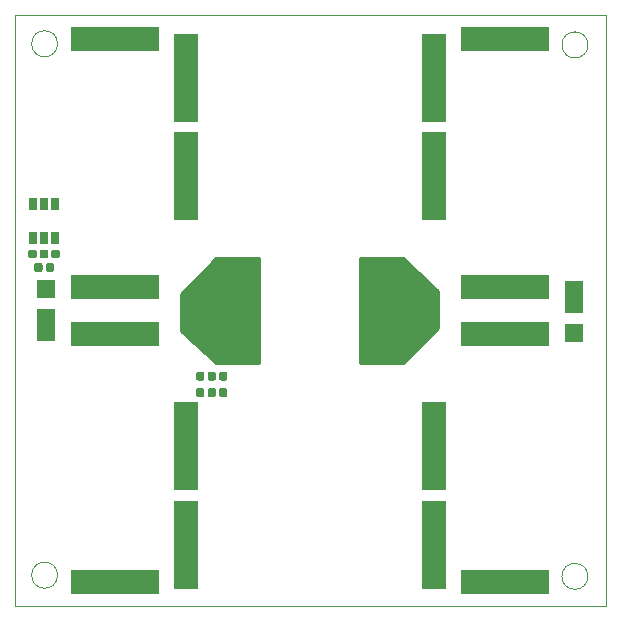
<source format=gbr>
%TF.GenerationSoftware,KiCad,Pcbnew,(5.1.4)-1*%
%TF.CreationDate,2019-10-27T14:01:39-07:00*%
%TF.ProjectId,SolarCell+Y,536f6c61-7243-4656-9c6c-2b592e6b6963,rev?*%
%TF.SameCoordinates,Original*%
%TF.FileFunction,Soldermask,Top*%
%TF.FilePolarity,Negative*%
%FSLAX46Y46*%
G04 Gerber Fmt 4.6, Leading zero omitted, Abs format (unit mm)*
G04 Created by KiCad (PCBNEW (5.1.4)-1) date 2019-10-27 14:01:39*
%MOMM*%
%LPD*%
G04 APERTURE LIST*
%ADD10C,0.050000*%
%ADD11C,0.100000*%
%ADD12C,0.691600*%
%ADD13R,2.101600X7.501600*%
%ADD14R,0.801600X1.001600*%
%ADD15C,4.501600*%
%ADD16R,7.501600X2.101600*%
%ADD17R,1.501600X1.501600*%
%ADD18R,1.501600X2.801600*%
%ADD19C,0.254000*%
G04 APERTURE END LIST*
D10*
X198500000Y-42500000D02*
G75*
G03X198500000Y-42500000I-1100000J0D01*
G01*
X198500000Y-87500000D02*
G75*
G03X198500000Y-87500000I-1100000J0D01*
G01*
X153600000Y-87400000D02*
G75*
G03X153600000Y-87400000I-1100000J0D01*
G01*
X200000000Y-40000000D02*
X150000000Y-40000000D01*
X200000000Y-90000000D02*
X200000000Y-40000000D01*
X150000000Y-90000000D02*
X200000000Y-90000000D01*
X150000000Y-40000000D02*
X150000000Y-90000000D01*
X153600000Y-42400000D02*
G75*
G03X153600000Y-42400000I-1100000J0D01*
G01*
D11*
G36*
X153605847Y-59828033D02*
G01*
X153622631Y-59830522D01*
X153639090Y-59834645D01*
X153655066Y-59840361D01*
X153670404Y-59847616D01*
X153684958Y-59856339D01*
X153698587Y-59866446D01*
X153711159Y-59877841D01*
X153722554Y-59890413D01*
X153732661Y-59904042D01*
X153741384Y-59918596D01*
X153748639Y-59933934D01*
X153754355Y-59949910D01*
X153758478Y-59966369D01*
X153760967Y-59983153D01*
X153761800Y-60000100D01*
X153761800Y-60395900D01*
X153760967Y-60412847D01*
X153758478Y-60429631D01*
X153754355Y-60446090D01*
X153748639Y-60462066D01*
X153741384Y-60477404D01*
X153732661Y-60491958D01*
X153722554Y-60505587D01*
X153711159Y-60518159D01*
X153698587Y-60529554D01*
X153684958Y-60539661D01*
X153670404Y-60548384D01*
X153655066Y-60555639D01*
X153639090Y-60561355D01*
X153622631Y-60565478D01*
X153605847Y-60567967D01*
X153588900Y-60568800D01*
X153243100Y-60568800D01*
X153226153Y-60567967D01*
X153209369Y-60565478D01*
X153192910Y-60561355D01*
X153176934Y-60555639D01*
X153161596Y-60548384D01*
X153147042Y-60539661D01*
X153133413Y-60529554D01*
X153120841Y-60518159D01*
X153109446Y-60505587D01*
X153099339Y-60491958D01*
X153090616Y-60477404D01*
X153083361Y-60462066D01*
X153077645Y-60446090D01*
X153073522Y-60429631D01*
X153071033Y-60412847D01*
X153070200Y-60395900D01*
X153070200Y-60000100D01*
X153071033Y-59983153D01*
X153073522Y-59966369D01*
X153077645Y-59949910D01*
X153083361Y-59933934D01*
X153090616Y-59918596D01*
X153099339Y-59904042D01*
X153109446Y-59890413D01*
X153120841Y-59877841D01*
X153133413Y-59866446D01*
X153147042Y-59856339D01*
X153161596Y-59847616D01*
X153176934Y-59840361D01*
X153192910Y-59834645D01*
X153209369Y-59830522D01*
X153226153Y-59828033D01*
X153243100Y-59827200D01*
X153588900Y-59827200D01*
X153605847Y-59828033D01*
X153605847Y-59828033D01*
G37*
D12*
X153416000Y-60198000D03*
D11*
G36*
X152635847Y-59828033D02*
G01*
X152652631Y-59830522D01*
X152669090Y-59834645D01*
X152685066Y-59840361D01*
X152700404Y-59847616D01*
X152714958Y-59856339D01*
X152728587Y-59866446D01*
X152741159Y-59877841D01*
X152752554Y-59890413D01*
X152762661Y-59904042D01*
X152771384Y-59918596D01*
X152778639Y-59933934D01*
X152784355Y-59949910D01*
X152788478Y-59966369D01*
X152790967Y-59983153D01*
X152791800Y-60000100D01*
X152791800Y-60395900D01*
X152790967Y-60412847D01*
X152788478Y-60429631D01*
X152784355Y-60446090D01*
X152778639Y-60462066D01*
X152771384Y-60477404D01*
X152762661Y-60491958D01*
X152752554Y-60505587D01*
X152741159Y-60518159D01*
X152728587Y-60529554D01*
X152714958Y-60539661D01*
X152700404Y-60548384D01*
X152685066Y-60555639D01*
X152669090Y-60561355D01*
X152652631Y-60565478D01*
X152635847Y-60567967D01*
X152618900Y-60568800D01*
X152273100Y-60568800D01*
X152256153Y-60567967D01*
X152239369Y-60565478D01*
X152222910Y-60561355D01*
X152206934Y-60555639D01*
X152191596Y-60548384D01*
X152177042Y-60539661D01*
X152163413Y-60529554D01*
X152150841Y-60518159D01*
X152139446Y-60505587D01*
X152129339Y-60491958D01*
X152120616Y-60477404D01*
X152113361Y-60462066D01*
X152107645Y-60446090D01*
X152103522Y-60429631D01*
X152101033Y-60412847D01*
X152100200Y-60395900D01*
X152100200Y-60000100D01*
X152101033Y-59983153D01*
X152103522Y-59966369D01*
X152107645Y-59949910D01*
X152113361Y-59933934D01*
X152120616Y-59918596D01*
X152129339Y-59904042D01*
X152139446Y-59890413D01*
X152150841Y-59877841D01*
X152163413Y-59866446D01*
X152177042Y-59856339D01*
X152191596Y-59847616D01*
X152206934Y-59840361D01*
X152222910Y-59834645D01*
X152239369Y-59830522D01*
X152256153Y-59828033D01*
X152273100Y-59827200D01*
X152618900Y-59827200D01*
X152635847Y-59828033D01*
X152635847Y-59828033D01*
G37*
D12*
X152446000Y-60198000D03*
D13*
X185496200Y-76454000D03*
X164496200Y-76454000D03*
D11*
G36*
X152630347Y-59828033D02*
G01*
X152647131Y-59830522D01*
X152663590Y-59834645D01*
X152679566Y-59840361D01*
X152694904Y-59847616D01*
X152709458Y-59856339D01*
X152723087Y-59866446D01*
X152735659Y-59877841D01*
X152747054Y-59890413D01*
X152757161Y-59904042D01*
X152765884Y-59918596D01*
X152773139Y-59933934D01*
X152778855Y-59949910D01*
X152782978Y-59966369D01*
X152785467Y-59983153D01*
X152786300Y-60000100D01*
X152786300Y-60395900D01*
X152785467Y-60412847D01*
X152782978Y-60429631D01*
X152778855Y-60446090D01*
X152773139Y-60462066D01*
X152765884Y-60477404D01*
X152757161Y-60491958D01*
X152747054Y-60505587D01*
X152735659Y-60518159D01*
X152723087Y-60529554D01*
X152709458Y-60539661D01*
X152694904Y-60548384D01*
X152679566Y-60555639D01*
X152663590Y-60561355D01*
X152647131Y-60565478D01*
X152630347Y-60567967D01*
X152613400Y-60568800D01*
X152267600Y-60568800D01*
X152250653Y-60567967D01*
X152233869Y-60565478D01*
X152217410Y-60561355D01*
X152201434Y-60555639D01*
X152186096Y-60548384D01*
X152171542Y-60539661D01*
X152157913Y-60529554D01*
X152145341Y-60518159D01*
X152133946Y-60505587D01*
X152123839Y-60491958D01*
X152115116Y-60477404D01*
X152107861Y-60462066D01*
X152102145Y-60446090D01*
X152098022Y-60429631D01*
X152095533Y-60412847D01*
X152094700Y-60395900D01*
X152094700Y-60000100D01*
X152095533Y-59983153D01*
X152098022Y-59966369D01*
X152102145Y-59949910D01*
X152107861Y-59933934D01*
X152115116Y-59918596D01*
X152123839Y-59904042D01*
X152133946Y-59890413D01*
X152145341Y-59877841D01*
X152157913Y-59866446D01*
X152171542Y-59856339D01*
X152186096Y-59847616D01*
X152201434Y-59840361D01*
X152217410Y-59834645D01*
X152233869Y-59830522D01*
X152250653Y-59828033D01*
X152267600Y-59827200D01*
X152613400Y-59827200D01*
X152630347Y-59828033D01*
X152630347Y-59828033D01*
G37*
D12*
X152440500Y-60198000D03*
D11*
G36*
X151660347Y-59828033D02*
G01*
X151677131Y-59830522D01*
X151693590Y-59834645D01*
X151709566Y-59840361D01*
X151724904Y-59847616D01*
X151739458Y-59856339D01*
X151753087Y-59866446D01*
X151765659Y-59877841D01*
X151777054Y-59890413D01*
X151787161Y-59904042D01*
X151795884Y-59918596D01*
X151803139Y-59933934D01*
X151808855Y-59949910D01*
X151812978Y-59966369D01*
X151815467Y-59983153D01*
X151816300Y-60000100D01*
X151816300Y-60395900D01*
X151815467Y-60412847D01*
X151812978Y-60429631D01*
X151808855Y-60446090D01*
X151803139Y-60462066D01*
X151795884Y-60477404D01*
X151787161Y-60491958D01*
X151777054Y-60505587D01*
X151765659Y-60518159D01*
X151753087Y-60529554D01*
X151739458Y-60539661D01*
X151724904Y-60548384D01*
X151709566Y-60555639D01*
X151693590Y-60561355D01*
X151677131Y-60565478D01*
X151660347Y-60567967D01*
X151643400Y-60568800D01*
X151297600Y-60568800D01*
X151280653Y-60567967D01*
X151263869Y-60565478D01*
X151247410Y-60561355D01*
X151231434Y-60555639D01*
X151216096Y-60548384D01*
X151201542Y-60539661D01*
X151187913Y-60529554D01*
X151175341Y-60518159D01*
X151163946Y-60505587D01*
X151153839Y-60491958D01*
X151145116Y-60477404D01*
X151137861Y-60462066D01*
X151132145Y-60446090D01*
X151128022Y-60429631D01*
X151125533Y-60412847D01*
X151124700Y-60395900D01*
X151124700Y-60000100D01*
X151125533Y-59983153D01*
X151128022Y-59966369D01*
X151132145Y-59949910D01*
X151137861Y-59933934D01*
X151145116Y-59918596D01*
X151153839Y-59904042D01*
X151163946Y-59890413D01*
X151175341Y-59877841D01*
X151187913Y-59866446D01*
X151201542Y-59856339D01*
X151216096Y-59847616D01*
X151231434Y-59840361D01*
X151247410Y-59834645D01*
X151263869Y-59830522D01*
X151280653Y-59828033D01*
X151297600Y-59827200D01*
X151643400Y-59827200D01*
X151660347Y-59828033D01*
X151660347Y-59828033D01*
G37*
D12*
X151470500Y-60198000D03*
D14*
X151513500Y-55954000D03*
X152463500Y-55954000D03*
X153413500Y-55954000D03*
X153413500Y-58854000D03*
X152463500Y-58854000D03*
X151513500Y-58854000D03*
D15*
X182937500Y-65000000D03*
X167062500Y-65000000D03*
D13*
X164500000Y-84836000D03*
X185500000Y-84836000D03*
D16*
X191508000Y-63037000D03*
X191508000Y-42037000D03*
X158492000Y-67000000D03*
X158492000Y-88000000D03*
X158492000Y-63037000D03*
X158492000Y-42037000D03*
X191508000Y-67000000D03*
X191508000Y-88000000D03*
D13*
X185500000Y-45339000D03*
X164500000Y-45339000D03*
X164496200Y-53594000D03*
X185496200Y-53594000D03*
D17*
X152654000Y-63174000D03*
D18*
X152654000Y-66224000D03*
D17*
X197358000Y-66874000D03*
D18*
X197358000Y-63824000D03*
D11*
G36*
X166836847Y-70178533D02*
G01*
X166853631Y-70181022D01*
X166870090Y-70185145D01*
X166886066Y-70190861D01*
X166901404Y-70198116D01*
X166915958Y-70206839D01*
X166929587Y-70216946D01*
X166942159Y-70228341D01*
X166953554Y-70240913D01*
X166963661Y-70254542D01*
X166972384Y-70269096D01*
X166979639Y-70284434D01*
X166985355Y-70300410D01*
X166989478Y-70316869D01*
X166991967Y-70333653D01*
X166992800Y-70350600D01*
X166992800Y-70746400D01*
X166991967Y-70763347D01*
X166989478Y-70780131D01*
X166985355Y-70796590D01*
X166979639Y-70812566D01*
X166972384Y-70827904D01*
X166963661Y-70842458D01*
X166953554Y-70856087D01*
X166942159Y-70868659D01*
X166929587Y-70880054D01*
X166915958Y-70890161D01*
X166901404Y-70898884D01*
X166886066Y-70906139D01*
X166870090Y-70911855D01*
X166853631Y-70915978D01*
X166836847Y-70918467D01*
X166819900Y-70919300D01*
X166474100Y-70919300D01*
X166457153Y-70918467D01*
X166440369Y-70915978D01*
X166423910Y-70911855D01*
X166407934Y-70906139D01*
X166392596Y-70898884D01*
X166378042Y-70890161D01*
X166364413Y-70880054D01*
X166351841Y-70868659D01*
X166340446Y-70856087D01*
X166330339Y-70842458D01*
X166321616Y-70827904D01*
X166314361Y-70812566D01*
X166308645Y-70796590D01*
X166304522Y-70780131D01*
X166302033Y-70763347D01*
X166301200Y-70746400D01*
X166301200Y-70350600D01*
X166302033Y-70333653D01*
X166304522Y-70316869D01*
X166308645Y-70300410D01*
X166314361Y-70284434D01*
X166321616Y-70269096D01*
X166330339Y-70254542D01*
X166340446Y-70240913D01*
X166351841Y-70228341D01*
X166364413Y-70216946D01*
X166378042Y-70206839D01*
X166392596Y-70198116D01*
X166407934Y-70190861D01*
X166423910Y-70185145D01*
X166440369Y-70181022D01*
X166457153Y-70178533D01*
X166474100Y-70177700D01*
X166819900Y-70177700D01*
X166836847Y-70178533D01*
X166836847Y-70178533D01*
G37*
D12*
X166647000Y-70548500D03*
D11*
G36*
X167806847Y-70178533D02*
G01*
X167823631Y-70181022D01*
X167840090Y-70185145D01*
X167856066Y-70190861D01*
X167871404Y-70198116D01*
X167885958Y-70206839D01*
X167899587Y-70216946D01*
X167912159Y-70228341D01*
X167923554Y-70240913D01*
X167933661Y-70254542D01*
X167942384Y-70269096D01*
X167949639Y-70284434D01*
X167955355Y-70300410D01*
X167959478Y-70316869D01*
X167961967Y-70333653D01*
X167962800Y-70350600D01*
X167962800Y-70746400D01*
X167961967Y-70763347D01*
X167959478Y-70780131D01*
X167955355Y-70796590D01*
X167949639Y-70812566D01*
X167942384Y-70827904D01*
X167933661Y-70842458D01*
X167923554Y-70856087D01*
X167912159Y-70868659D01*
X167899587Y-70880054D01*
X167885958Y-70890161D01*
X167871404Y-70898884D01*
X167856066Y-70906139D01*
X167840090Y-70911855D01*
X167823631Y-70915978D01*
X167806847Y-70918467D01*
X167789900Y-70919300D01*
X167444100Y-70919300D01*
X167427153Y-70918467D01*
X167410369Y-70915978D01*
X167393910Y-70911855D01*
X167377934Y-70906139D01*
X167362596Y-70898884D01*
X167348042Y-70890161D01*
X167334413Y-70880054D01*
X167321841Y-70868659D01*
X167310446Y-70856087D01*
X167300339Y-70842458D01*
X167291616Y-70827904D01*
X167284361Y-70812566D01*
X167278645Y-70796590D01*
X167274522Y-70780131D01*
X167272033Y-70763347D01*
X167271200Y-70746400D01*
X167271200Y-70350600D01*
X167272033Y-70333653D01*
X167274522Y-70316869D01*
X167278645Y-70300410D01*
X167284361Y-70284434D01*
X167291616Y-70269096D01*
X167300339Y-70254542D01*
X167310446Y-70240913D01*
X167321841Y-70228341D01*
X167334413Y-70216946D01*
X167348042Y-70206839D01*
X167362596Y-70198116D01*
X167377934Y-70190861D01*
X167393910Y-70185145D01*
X167410369Y-70181022D01*
X167427153Y-70178533D01*
X167444100Y-70177700D01*
X167789900Y-70177700D01*
X167806847Y-70178533D01*
X167806847Y-70178533D01*
G37*
D12*
X167617000Y-70548500D03*
D11*
G36*
X165866567Y-70178533D02*
G01*
X165883351Y-70181022D01*
X165899810Y-70185145D01*
X165915786Y-70190861D01*
X165931124Y-70198116D01*
X165945678Y-70206839D01*
X165959307Y-70216946D01*
X165971879Y-70228341D01*
X165983274Y-70240913D01*
X165993381Y-70254542D01*
X166002104Y-70269096D01*
X166009359Y-70284434D01*
X166015075Y-70300410D01*
X166019198Y-70316869D01*
X166021687Y-70333653D01*
X166022520Y-70350600D01*
X166022520Y-70746400D01*
X166021687Y-70763347D01*
X166019198Y-70780131D01*
X166015075Y-70796590D01*
X166009359Y-70812566D01*
X166002104Y-70827904D01*
X165993381Y-70842458D01*
X165983274Y-70856087D01*
X165971879Y-70868659D01*
X165959307Y-70880054D01*
X165945678Y-70890161D01*
X165931124Y-70898884D01*
X165915786Y-70906139D01*
X165899810Y-70911855D01*
X165883351Y-70915978D01*
X165866567Y-70918467D01*
X165849620Y-70919300D01*
X165503820Y-70919300D01*
X165486873Y-70918467D01*
X165470089Y-70915978D01*
X165453630Y-70911855D01*
X165437654Y-70906139D01*
X165422316Y-70898884D01*
X165407762Y-70890161D01*
X165394133Y-70880054D01*
X165381561Y-70868659D01*
X165370166Y-70856087D01*
X165360059Y-70842458D01*
X165351336Y-70827904D01*
X165344081Y-70812566D01*
X165338365Y-70796590D01*
X165334242Y-70780131D01*
X165331753Y-70763347D01*
X165330920Y-70746400D01*
X165330920Y-70350600D01*
X165331753Y-70333653D01*
X165334242Y-70316869D01*
X165338365Y-70300410D01*
X165344081Y-70284434D01*
X165351336Y-70269096D01*
X165360059Y-70254542D01*
X165370166Y-70240913D01*
X165381561Y-70228341D01*
X165394133Y-70216946D01*
X165407762Y-70206839D01*
X165422316Y-70198116D01*
X165437654Y-70190861D01*
X165453630Y-70185145D01*
X165470089Y-70181022D01*
X165486873Y-70178533D01*
X165503820Y-70177700D01*
X165849620Y-70177700D01*
X165866567Y-70178533D01*
X165866567Y-70178533D01*
G37*
D12*
X165676720Y-70548500D03*
D11*
G36*
X166836567Y-70178533D02*
G01*
X166853351Y-70181022D01*
X166869810Y-70185145D01*
X166885786Y-70190861D01*
X166901124Y-70198116D01*
X166915678Y-70206839D01*
X166929307Y-70216946D01*
X166941879Y-70228341D01*
X166953274Y-70240913D01*
X166963381Y-70254542D01*
X166972104Y-70269096D01*
X166979359Y-70284434D01*
X166985075Y-70300410D01*
X166989198Y-70316869D01*
X166991687Y-70333653D01*
X166992520Y-70350600D01*
X166992520Y-70746400D01*
X166991687Y-70763347D01*
X166989198Y-70780131D01*
X166985075Y-70796590D01*
X166979359Y-70812566D01*
X166972104Y-70827904D01*
X166963381Y-70842458D01*
X166953274Y-70856087D01*
X166941879Y-70868659D01*
X166929307Y-70880054D01*
X166915678Y-70890161D01*
X166901124Y-70898884D01*
X166885786Y-70906139D01*
X166869810Y-70911855D01*
X166853351Y-70915978D01*
X166836567Y-70918467D01*
X166819620Y-70919300D01*
X166473820Y-70919300D01*
X166456873Y-70918467D01*
X166440089Y-70915978D01*
X166423630Y-70911855D01*
X166407654Y-70906139D01*
X166392316Y-70898884D01*
X166377762Y-70890161D01*
X166364133Y-70880054D01*
X166351561Y-70868659D01*
X166340166Y-70856087D01*
X166330059Y-70842458D01*
X166321336Y-70827904D01*
X166314081Y-70812566D01*
X166308365Y-70796590D01*
X166304242Y-70780131D01*
X166301753Y-70763347D01*
X166300920Y-70746400D01*
X166300920Y-70350600D01*
X166301753Y-70333653D01*
X166304242Y-70316869D01*
X166308365Y-70300410D01*
X166314081Y-70284434D01*
X166321336Y-70269096D01*
X166330059Y-70254542D01*
X166340166Y-70240913D01*
X166351561Y-70228341D01*
X166364133Y-70216946D01*
X166377762Y-70206839D01*
X166392316Y-70198116D01*
X166407654Y-70190861D01*
X166423630Y-70185145D01*
X166440089Y-70181022D01*
X166456873Y-70178533D01*
X166473820Y-70177700D01*
X166819620Y-70177700D01*
X166836567Y-70178533D01*
X166836567Y-70178533D01*
G37*
D12*
X166646720Y-70548500D03*
D11*
G36*
X166836847Y-71575533D02*
G01*
X166853631Y-71578022D01*
X166870090Y-71582145D01*
X166886066Y-71587861D01*
X166901404Y-71595116D01*
X166915958Y-71603839D01*
X166929587Y-71613946D01*
X166942159Y-71625341D01*
X166953554Y-71637913D01*
X166963661Y-71651542D01*
X166972384Y-71666096D01*
X166979639Y-71681434D01*
X166985355Y-71697410D01*
X166989478Y-71713869D01*
X166991967Y-71730653D01*
X166992800Y-71747600D01*
X166992800Y-72143400D01*
X166991967Y-72160347D01*
X166989478Y-72177131D01*
X166985355Y-72193590D01*
X166979639Y-72209566D01*
X166972384Y-72224904D01*
X166963661Y-72239458D01*
X166953554Y-72253087D01*
X166942159Y-72265659D01*
X166929587Y-72277054D01*
X166915958Y-72287161D01*
X166901404Y-72295884D01*
X166886066Y-72303139D01*
X166870090Y-72308855D01*
X166853631Y-72312978D01*
X166836847Y-72315467D01*
X166819900Y-72316300D01*
X166474100Y-72316300D01*
X166457153Y-72315467D01*
X166440369Y-72312978D01*
X166423910Y-72308855D01*
X166407934Y-72303139D01*
X166392596Y-72295884D01*
X166378042Y-72287161D01*
X166364413Y-72277054D01*
X166351841Y-72265659D01*
X166340446Y-72253087D01*
X166330339Y-72239458D01*
X166321616Y-72224904D01*
X166314361Y-72209566D01*
X166308645Y-72193590D01*
X166304522Y-72177131D01*
X166302033Y-72160347D01*
X166301200Y-72143400D01*
X166301200Y-71747600D01*
X166302033Y-71730653D01*
X166304522Y-71713869D01*
X166308645Y-71697410D01*
X166314361Y-71681434D01*
X166321616Y-71666096D01*
X166330339Y-71651542D01*
X166340446Y-71637913D01*
X166351841Y-71625341D01*
X166364413Y-71613946D01*
X166378042Y-71603839D01*
X166392596Y-71595116D01*
X166407934Y-71587861D01*
X166423910Y-71582145D01*
X166440369Y-71578022D01*
X166457153Y-71575533D01*
X166474100Y-71574700D01*
X166819900Y-71574700D01*
X166836847Y-71575533D01*
X166836847Y-71575533D01*
G37*
D12*
X166647000Y-71945500D03*
D11*
G36*
X167806847Y-71575533D02*
G01*
X167823631Y-71578022D01*
X167840090Y-71582145D01*
X167856066Y-71587861D01*
X167871404Y-71595116D01*
X167885958Y-71603839D01*
X167899587Y-71613946D01*
X167912159Y-71625341D01*
X167923554Y-71637913D01*
X167933661Y-71651542D01*
X167942384Y-71666096D01*
X167949639Y-71681434D01*
X167955355Y-71697410D01*
X167959478Y-71713869D01*
X167961967Y-71730653D01*
X167962800Y-71747600D01*
X167962800Y-72143400D01*
X167961967Y-72160347D01*
X167959478Y-72177131D01*
X167955355Y-72193590D01*
X167949639Y-72209566D01*
X167942384Y-72224904D01*
X167933661Y-72239458D01*
X167923554Y-72253087D01*
X167912159Y-72265659D01*
X167899587Y-72277054D01*
X167885958Y-72287161D01*
X167871404Y-72295884D01*
X167856066Y-72303139D01*
X167840090Y-72308855D01*
X167823631Y-72312978D01*
X167806847Y-72315467D01*
X167789900Y-72316300D01*
X167444100Y-72316300D01*
X167427153Y-72315467D01*
X167410369Y-72312978D01*
X167393910Y-72308855D01*
X167377934Y-72303139D01*
X167362596Y-72295884D01*
X167348042Y-72287161D01*
X167334413Y-72277054D01*
X167321841Y-72265659D01*
X167310446Y-72253087D01*
X167300339Y-72239458D01*
X167291616Y-72224904D01*
X167284361Y-72209566D01*
X167278645Y-72193590D01*
X167274522Y-72177131D01*
X167272033Y-72160347D01*
X167271200Y-72143400D01*
X167271200Y-71747600D01*
X167272033Y-71730653D01*
X167274522Y-71713869D01*
X167278645Y-71697410D01*
X167284361Y-71681434D01*
X167291616Y-71666096D01*
X167300339Y-71651542D01*
X167310446Y-71637913D01*
X167321841Y-71625341D01*
X167334413Y-71613946D01*
X167348042Y-71603839D01*
X167362596Y-71595116D01*
X167377934Y-71587861D01*
X167393910Y-71582145D01*
X167410369Y-71578022D01*
X167427153Y-71575533D01*
X167444100Y-71574700D01*
X167789900Y-71574700D01*
X167806847Y-71575533D01*
X167806847Y-71575533D01*
G37*
D12*
X167617000Y-71945500D03*
D11*
G36*
X165866567Y-71575533D02*
G01*
X165883351Y-71578022D01*
X165899810Y-71582145D01*
X165915786Y-71587861D01*
X165931124Y-71595116D01*
X165945678Y-71603839D01*
X165959307Y-71613946D01*
X165971879Y-71625341D01*
X165983274Y-71637913D01*
X165993381Y-71651542D01*
X166002104Y-71666096D01*
X166009359Y-71681434D01*
X166015075Y-71697410D01*
X166019198Y-71713869D01*
X166021687Y-71730653D01*
X166022520Y-71747600D01*
X166022520Y-72143400D01*
X166021687Y-72160347D01*
X166019198Y-72177131D01*
X166015075Y-72193590D01*
X166009359Y-72209566D01*
X166002104Y-72224904D01*
X165993381Y-72239458D01*
X165983274Y-72253087D01*
X165971879Y-72265659D01*
X165959307Y-72277054D01*
X165945678Y-72287161D01*
X165931124Y-72295884D01*
X165915786Y-72303139D01*
X165899810Y-72308855D01*
X165883351Y-72312978D01*
X165866567Y-72315467D01*
X165849620Y-72316300D01*
X165503820Y-72316300D01*
X165486873Y-72315467D01*
X165470089Y-72312978D01*
X165453630Y-72308855D01*
X165437654Y-72303139D01*
X165422316Y-72295884D01*
X165407762Y-72287161D01*
X165394133Y-72277054D01*
X165381561Y-72265659D01*
X165370166Y-72253087D01*
X165360059Y-72239458D01*
X165351336Y-72224904D01*
X165344081Y-72209566D01*
X165338365Y-72193590D01*
X165334242Y-72177131D01*
X165331753Y-72160347D01*
X165330920Y-72143400D01*
X165330920Y-71747600D01*
X165331753Y-71730653D01*
X165334242Y-71713869D01*
X165338365Y-71697410D01*
X165344081Y-71681434D01*
X165351336Y-71666096D01*
X165360059Y-71651542D01*
X165370166Y-71637913D01*
X165381561Y-71625341D01*
X165394133Y-71613946D01*
X165407762Y-71603839D01*
X165422316Y-71595116D01*
X165437654Y-71587861D01*
X165453630Y-71582145D01*
X165470089Y-71578022D01*
X165486873Y-71575533D01*
X165503820Y-71574700D01*
X165849620Y-71574700D01*
X165866567Y-71575533D01*
X165866567Y-71575533D01*
G37*
D12*
X165676720Y-71945500D03*
D11*
G36*
X166836567Y-71575533D02*
G01*
X166853351Y-71578022D01*
X166869810Y-71582145D01*
X166885786Y-71587861D01*
X166901124Y-71595116D01*
X166915678Y-71603839D01*
X166929307Y-71613946D01*
X166941879Y-71625341D01*
X166953274Y-71637913D01*
X166963381Y-71651542D01*
X166972104Y-71666096D01*
X166979359Y-71681434D01*
X166985075Y-71697410D01*
X166989198Y-71713869D01*
X166991687Y-71730653D01*
X166992520Y-71747600D01*
X166992520Y-72143400D01*
X166991687Y-72160347D01*
X166989198Y-72177131D01*
X166985075Y-72193590D01*
X166979359Y-72209566D01*
X166972104Y-72224904D01*
X166963381Y-72239458D01*
X166953274Y-72253087D01*
X166941879Y-72265659D01*
X166929307Y-72277054D01*
X166915678Y-72287161D01*
X166901124Y-72295884D01*
X166885786Y-72303139D01*
X166869810Y-72308855D01*
X166853351Y-72312978D01*
X166836567Y-72315467D01*
X166819620Y-72316300D01*
X166473820Y-72316300D01*
X166456873Y-72315467D01*
X166440089Y-72312978D01*
X166423630Y-72308855D01*
X166407654Y-72303139D01*
X166392316Y-72295884D01*
X166377762Y-72287161D01*
X166364133Y-72277054D01*
X166351561Y-72265659D01*
X166340166Y-72253087D01*
X166330059Y-72239458D01*
X166321336Y-72224904D01*
X166314081Y-72209566D01*
X166308365Y-72193590D01*
X166304242Y-72177131D01*
X166301753Y-72160347D01*
X166300920Y-72143400D01*
X166300920Y-71747600D01*
X166301753Y-71730653D01*
X166304242Y-71713869D01*
X166308365Y-71697410D01*
X166314081Y-71681434D01*
X166321336Y-71666096D01*
X166330059Y-71651542D01*
X166340166Y-71637913D01*
X166351561Y-71625341D01*
X166364133Y-71613946D01*
X166377762Y-71603839D01*
X166392316Y-71595116D01*
X166407654Y-71587861D01*
X166423630Y-71582145D01*
X166440089Y-71578022D01*
X166456873Y-71575533D01*
X166473820Y-71574700D01*
X166819620Y-71574700D01*
X166836567Y-71575533D01*
X166836567Y-71575533D01*
G37*
D12*
X166646720Y-71945500D03*
D11*
G36*
X152168347Y-60971033D02*
G01*
X152185131Y-60973522D01*
X152201590Y-60977645D01*
X152217566Y-60983361D01*
X152232904Y-60990616D01*
X152247458Y-60999339D01*
X152261087Y-61009446D01*
X152273659Y-61020841D01*
X152285054Y-61033413D01*
X152295161Y-61047042D01*
X152303884Y-61061596D01*
X152311139Y-61076934D01*
X152316855Y-61092910D01*
X152320978Y-61109369D01*
X152323467Y-61126153D01*
X152324300Y-61143100D01*
X152324300Y-61538900D01*
X152323467Y-61555847D01*
X152320978Y-61572631D01*
X152316855Y-61589090D01*
X152311139Y-61605066D01*
X152303884Y-61620404D01*
X152295161Y-61634958D01*
X152285054Y-61648587D01*
X152273659Y-61661159D01*
X152261087Y-61672554D01*
X152247458Y-61682661D01*
X152232904Y-61691384D01*
X152217566Y-61698639D01*
X152201590Y-61704355D01*
X152185131Y-61708478D01*
X152168347Y-61710967D01*
X152151400Y-61711800D01*
X151805600Y-61711800D01*
X151788653Y-61710967D01*
X151771869Y-61708478D01*
X151755410Y-61704355D01*
X151739434Y-61698639D01*
X151724096Y-61691384D01*
X151709542Y-61682661D01*
X151695913Y-61672554D01*
X151683341Y-61661159D01*
X151671946Y-61648587D01*
X151661839Y-61634958D01*
X151653116Y-61620404D01*
X151645861Y-61605066D01*
X151640145Y-61589090D01*
X151636022Y-61572631D01*
X151633533Y-61555847D01*
X151632700Y-61538900D01*
X151632700Y-61143100D01*
X151633533Y-61126153D01*
X151636022Y-61109369D01*
X151640145Y-61092910D01*
X151645861Y-61076934D01*
X151653116Y-61061596D01*
X151661839Y-61047042D01*
X151671946Y-61033413D01*
X151683341Y-61020841D01*
X151695913Y-61009446D01*
X151709542Y-60999339D01*
X151724096Y-60990616D01*
X151739434Y-60983361D01*
X151755410Y-60977645D01*
X151771869Y-60973522D01*
X151788653Y-60971033D01*
X151805600Y-60970200D01*
X152151400Y-60970200D01*
X152168347Y-60971033D01*
X152168347Y-60971033D01*
G37*
D12*
X151978500Y-61341000D03*
D11*
G36*
X153138347Y-60971033D02*
G01*
X153155131Y-60973522D01*
X153171590Y-60977645D01*
X153187566Y-60983361D01*
X153202904Y-60990616D01*
X153217458Y-60999339D01*
X153231087Y-61009446D01*
X153243659Y-61020841D01*
X153255054Y-61033413D01*
X153265161Y-61047042D01*
X153273884Y-61061596D01*
X153281139Y-61076934D01*
X153286855Y-61092910D01*
X153290978Y-61109369D01*
X153293467Y-61126153D01*
X153294300Y-61143100D01*
X153294300Y-61538900D01*
X153293467Y-61555847D01*
X153290978Y-61572631D01*
X153286855Y-61589090D01*
X153281139Y-61605066D01*
X153273884Y-61620404D01*
X153265161Y-61634958D01*
X153255054Y-61648587D01*
X153243659Y-61661159D01*
X153231087Y-61672554D01*
X153217458Y-61682661D01*
X153202904Y-61691384D01*
X153187566Y-61698639D01*
X153171590Y-61704355D01*
X153155131Y-61708478D01*
X153138347Y-61710967D01*
X153121400Y-61711800D01*
X152775600Y-61711800D01*
X152758653Y-61710967D01*
X152741869Y-61708478D01*
X152725410Y-61704355D01*
X152709434Y-61698639D01*
X152694096Y-61691384D01*
X152679542Y-61682661D01*
X152665913Y-61672554D01*
X152653341Y-61661159D01*
X152641946Y-61648587D01*
X152631839Y-61634958D01*
X152623116Y-61620404D01*
X152615861Y-61605066D01*
X152610145Y-61589090D01*
X152606022Y-61572631D01*
X152603533Y-61555847D01*
X152602700Y-61538900D01*
X152602700Y-61143100D01*
X152603533Y-61126153D01*
X152606022Y-61109369D01*
X152610145Y-61092910D01*
X152615861Y-61076934D01*
X152623116Y-61061596D01*
X152631839Y-61047042D01*
X152641946Y-61033413D01*
X152653341Y-61020841D01*
X152665913Y-61009446D01*
X152679542Y-60999339D01*
X152694096Y-60990616D01*
X152709434Y-60983361D01*
X152725410Y-60977645D01*
X152741869Y-60973522D01*
X152758653Y-60971033D01*
X152775600Y-60970200D01*
X153121400Y-60970200D01*
X153138347Y-60971033D01*
X153138347Y-60971033D01*
G37*
D12*
X152948500Y-61341000D03*
D19*
G36*
X185801000Y-63301868D02*
G01*
X185801000Y-66495394D01*
X182827394Y-69469000D01*
X179197000Y-69469000D01*
X179197000Y-60579000D01*
X182830599Y-60579000D01*
X185801000Y-63301868D01*
X185801000Y-63301868D01*
G37*
X185801000Y-63301868D02*
X185801000Y-66495394D01*
X182827394Y-69469000D01*
X179197000Y-69469000D01*
X179197000Y-60579000D01*
X182830599Y-60579000D01*
X185801000Y-63301868D01*
G36*
X170646125Y-69469000D02*
G01*
X167012526Y-69469000D01*
X164042125Y-66746132D01*
X164042125Y-63552606D01*
X167015731Y-60579000D01*
X170646125Y-60579000D01*
X170646125Y-69469000D01*
X170646125Y-69469000D01*
G37*
X170646125Y-69469000D02*
X167012526Y-69469000D01*
X164042125Y-66746132D01*
X164042125Y-63552606D01*
X167015731Y-60579000D01*
X170646125Y-60579000D01*
X170646125Y-69469000D01*
M02*

</source>
